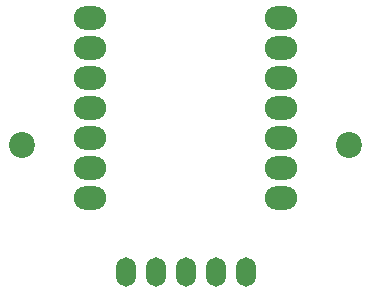
<source format=gbr>
%TF.GenerationSoftware,KiCad,Pcbnew,7.0.9*%
%TF.CreationDate,2024-01-11T17:27:39+09:00*%
%TF.ProjectId,LineIntegratedBoard,4c696e65-496e-4746-9567-726174656442,rev?*%
%TF.SameCoordinates,Original*%
%TF.FileFunction,Soldermask,Top*%
%TF.FilePolarity,Negative*%
%FSLAX46Y46*%
G04 Gerber Fmt 4.6, Leading zero omitted, Abs format (unit mm)*
G04 Created by KiCad (PCBNEW 7.0.9) date 2024-01-11 17:27:39*
%MOMM*%
%LPD*%
G01*
G04 APERTURE LIST*
%ADD10C,2.200000*%
%ADD11O,1.700000X2.500000*%
%ADD12O,2.748280X1.998980*%
G04 APERTURE END LIST*
D10*
%TO.C,REF\u002A\u002A*%
X138531600Y-90170000D03*
%TD*%
D11*
%TO.C,J4*%
X157480000Y-100965000D03*
X154940000Y-100965000D03*
X152400000Y-100965000D03*
X149860000Y-100965000D03*
X147320000Y-100965000D03*
%TD*%
D10*
%TO.C,REF\u002A\u002A*%
X166268400Y-90170000D03*
%TD*%
D12*
%TO.C,U2*%
X144315117Y-79477167D03*
X144315117Y-82017167D03*
X144315117Y-84557167D03*
X144315117Y-87097167D03*
X144315117Y-89637167D03*
X144315117Y-92177167D03*
X144315117Y-94717167D03*
X160479677Y-94717167D03*
X160479677Y-92177167D03*
X160479677Y-89637167D03*
X160479677Y-87097167D03*
X160479677Y-84557167D03*
X160479677Y-82017167D03*
X160479677Y-79477167D03*
%TD*%
M02*

</source>
